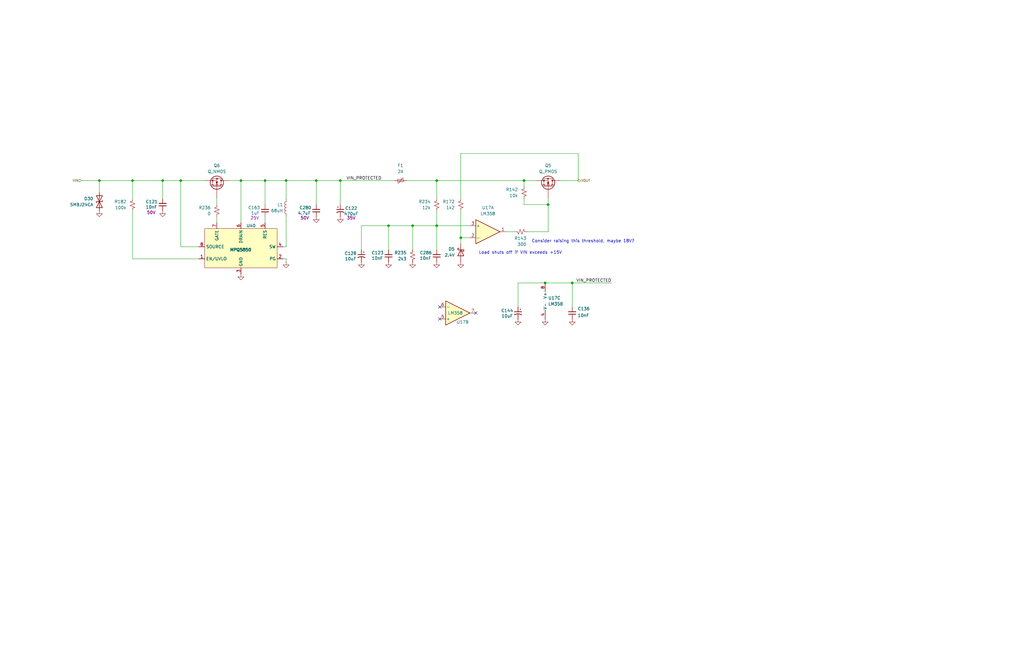
<source format=kicad_sch>
(kicad_sch (version 20250114) (generator "eeschema") (generator_version "9.0")
  (paper "B")
  (lib_symbols
    (symbol "Amplifier_Operational:LM358" (pin_names (offset 0.127))
      (property "Reference" "U" (at 0 5.08 0))
      (property "Value" "LM358" (at 0 -5.08 0))
      (symbol "LM358_1_1"
        (polyline (pts (xy -5.08 5.08) (xy 5.08 0) (xy -5.08 -5.08) (xy -5.08 5.08)) (stroke (width 0.254)) (fill (type background)))
        (pin input line (at -7.62 2.54 0) (length 2.54) (name "+") (number "3"))
        (pin input line (at -7.62 -2.54 0) (length 2.54) (name "-") (number "2"))
        (pin output line (at 7.62 0 180) (length 2.54) (name "~") (number "1"))
      )
      (symbol "LM358_2_1"
        (polyline (pts (xy -5.08 5.08) (xy 5.08 0) (xy -5.08 -5.08) (xy -5.08 5.08)) (stroke (width 0.254)) (fill (type background)))
        (pin input line (at -7.62 2.54 0) (length 2.54) (name "+") (number "5"))
        (pin input line (at -7.62 -2.54 0) (length 2.54) (name "-") (number "6"))
        (pin output line (at 7.62 0 180) (length 2.54) (name "~") (number "7"))
      )
      (symbol "LM358_3_1"
        (pin power_in line (at -2.54 7.62 270) (length 3.81) (name "V+") (number "8"))
        (pin power_in line (at -2.54 -7.62 90) (length 3.81) (name "V-") (number "4"))
      )
    )
    (symbol "AudioPanelLibrary:MPQ5850"
      (property "Reference" "U" (at 4.318 25.146 0))
      (property "Value" "MPQ5850" (at 0 15.494 0))
      (symbol "MPQ5850_0_0"
        (pin input line (at -17.78 16.51 0) (length 2.54) (name "SOURCE") (number "8"))
        (pin input line (at -17.78 11.43 0) (length 2.54) (name "EN/UVLO") (number "1"))
        (pin output line (at -10.16 26.67 270) (length 2.54) (name "GATE") (number "7"))
        (pin power_out line (at 0 26.67 270) (length 2.54) (name "DRAIN") (number "6"))
        (pin power_out line (at 0 5.08 90) (length 2.54) (name "GND") (number "3"))
        (pin input line (at 10.16 26.67 270) (length 2.54) (name "RES") (number "5"))
        (pin input line (at 17.78 16.51 180) (length 2.54) (name "SW") (number "4"))
        (pin output line (at 17.78 11.43 180) (length 2.54) (name "PG") (number "2"))
      )
      (symbol "MPQ5850_1_1"
        (rectangle (start -15.24 24.13) (end 15.24 7.62) (fill (type color) (color 255 255 194 1)))
      )
    )
    (symbol "Device:C_Polarized_Small_US" (pin_numbers (hide yes)) (pin_names (offset 0.254) (hide yes))
      (property "Reference" "C" (at 0.254 1.778 0))
      (property "Value" "C_Polarized_Small_US" (at 0.254 -2.032 0))
      (symbol "C_Polarized_Small_US_0_1"
        (polyline (pts (xy -1.524 0.508) (xy 1.524 0.508)) (stroke (width 0.3048)))
        (polyline (pts (xy -1.27 1.524) (xy -0.762 1.524)))
        (polyline (pts (xy -1.016 1.27) (xy -1.016 1.778)))
        (arc (start -1.524 -0.762) (mid 0 -0.3734) (end 1.524 -0.762) (stroke (width 0.3048)))
      )
      (symbol "C_Polarized_Small_US_1_1"
        (pin passive line (at 0 2.54 270) (length 2.032) (name "~") (number "1"))
        (pin passive line (at 0 -2.54 90) (length 2.032) (name "~") (number "2"))
      )
    )
    (symbol "Device:C_Small" (pin_numbers (hide yes)) (pin_names (offset 0.254) (hide yes))
      (property "Reference" "C" (at 0.254 1.778 0))
      (property "Value" "C_Small" (at 0.254 -2.032 0))
      (symbol "C_Small_0_1"
        (polyline (pts (xy -1.524 0.508) (xy 1.524 0.508)) (stroke (width 0.3048)))
        (polyline (pts (xy -1.524 -0.508) (xy 1.524 -0.508)) (stroke (width 0.3302)))
      )
      (symbol "C_Small_1_1"
        (pin passive line (at 0 2.54 270) (length 2.032) (name "~") (number "1"))
        (pin passive line (at 0 -2.54 90) (length 2.032) (name "~") (number "2"))
      )
    )
    (symbol "Device:D_Schottky" (pin_numbers (hide yes)) (pin_names (offset 1.016) (hide yes))
      (property "Reference" "D" (at 0 2.54 0))
      (property "Value" "D_Schottky" (at 0 -2.54 0))
      (symbol "D_Schottky_0_1"
        (polyline (pts (xy -1.905 0.635) (xy -1.905 1.27) (xy -1.27 1.27) (xy -1.27 -1.27) (xy -0.635 -1.27) (xy -0.635 -0.635)) (stroke (width 0.254)))
        (polyline (pts (xy 1.27 1.27) (xy 1.27 -1.27) (xy -1.27 0) (xy 1.27 1.27)) (stroke (width 0.254)))
        (polyline (pts (xy 1.27 0) (xy -1.27 0)))
      )
      (symbol "D_Schottky_1_1"
        (pin passive line (at -3.81 0 0) (length 2.54) (name "K") (number "1"))
        (pin passive line (at 3.81 0 180) (length 2.54) (name "A") (number "2"))
      )
    )
    (symbol "Device:D_TVS" (pin_numbers (hide yes)) (pin_names (offset 1.016) (hide yes))
      (property "Reference" "D" (at 0 2.54 0))
      (property "Value" "D_TVS" (at 0 -2.54 0))
      (symbol "D_TVS_0_1"
        (polyline (pts (xy -2.54 1.27) (xy -2.54 -1.27) (xy 2.54 1.27) (xy 2.54 -1.27) (xy -2.54 1.27)) (stroke (width 0.254)))
        (polyline (pts (xy 0.508 1.27) (xy 0 1.27) (xy 0 -1.27) (xy -0.508 -1.27)) (stroke (width 0.254)))
        (polyline (pts (xy 1.27 0) (xy -1.27 0)))
      )
      (symbol "D_TVS_1_1"
        (pin passive line (at -3.81 0 0) (length 2.54) (name "A1") (number "1"))
        (pin passive line (at 3.81 0 180) (length 2.54) (name "A2") (number "2"))
      )
    )
    (symbol "Device:L" (pin_numbers (hide yes)) (pin_names (offset 1.016) (hide yes))
      (property "Reference" "L" (at -1.27 0 90))
      (property "Value" "L" (at 1.905 0 90))
      (symbol "L_0_1"
        (arc (start 0 2.54) (mid 0.6323 1.905) (end 0 1.27))
        (arc (start 0 1.27) (mid 0.6323 0.635) (end 0 0))
        (arc (start 0 0) (mid 0.6323 -0.635) (end 0 -1.27))
        (arc (start 0 -1.27) (mid 0.6323 -1.905) (end 0 -2.54))
      )
      (symbol "L_1_1"
        (pin passive line (at 0 3.81 270) (length 1.27) (name "1") (number "1"))
        (pin passive line (at 0 -3.81 90) (length 1.27) (name "2") (number "2"))
      )
    )
    (symbol "Device:Polyfuse_Small" (pin_numbers (hide yes)) (pin_names (offset 0))
      (property "Reference" "F" (at -1.905 0 90))
      (property "Value" "Polyfuse_Small" (at 1.905 0 90))
      (symbol "Polyfuse_Small_0_1"
        (polyline (pts (xy -1.016 1.27) (xy -1.016 0.762) (xy 1.016 -0.762) (xy 1.016 -1.27)))
        (rectangle (start -0.508 1.27) (end 0.508 -1.27))
        (polyline (pts (xy 0 2.54) (xy 0 -2.54)))
      )
      (symbol "Polyfuse_Small_1_1"
        (pin passive line (at 0 2.54 270) (length 0.635) (name "~") (number "1"))
        (pin passive line (at 0 -2.54 90) (length 0.635) (name "~") (number "2"))
      )
    )
    (symbol "Device:Q_NMOS" (pin_numbers (hide yes)) (pin_names (offset 0) (hide yes))
      (property "Reference" "Q" (at 5.08 1.27 0))
      (property "Value" "Q_NMOS" (at 5.08 -1.27 0))
      (symbol "Q_NMOS_0_1"
        (polyline (pts (xy 0.254 1.905) (xy 0.254 -1.905)) (stroke (width 0.254)))
        (polyline (pts (xy 0.254 0) (xy -2.54 0)))
        (polyline (pts (xy 0.762 2.286) (xy 0.762 1.27)) (stroke (width 0.254)))
        (polyline (pts (xy 0.762 0.508) (xy 0.762 -0.508)) (stroke (width 0.254)))
        (polyline (pts (xy 0.762 -1.27) (xy 0.762 -2.286)) (stroke (width 0.254)))
        (polyline (pts (xy 0.762 -1.778) (xy 3.302 -1.778) (xy 3.302 1.778) (xy 0.762 1.778)))
        (polyline (pts (xy 1.016 0) (xy 2.032 0.381) (xy 2.032 -0.381) (xy 1.016 0)) (fill (type outline)))
        (circle (center 1.651 0) (radius 2.794) (stroke (width 0.254)))
        (polyline (pts (xy 2.54 2.54) (xy 2.54 1.778)))
        (circle (center 2.54 1.778) (radius 0.254) (fill (type outline)))
        (circle (center 2.54 -1.778) (radius 0.254) (fill (type outline)))
        (polyline (pts (xy 2.54 -2.54) (xy 2.54 0) (xy 0.762 0)))
        (polyline (pts (xy 2.921 0.381) (xy 3.683 0.381)))
        (polyline (pts (xy 3.302 0.381) (xy 2.921 -0.254) (xy 3.683 -0.254) (xy 3.302 0.381)))
      )
      (symbol "Q_NMOS_1_1"
        (pin input line (at -5.08 0 0) (length 2.54) (name "G") (number "G"))
        (pin passive line (at 2.54 5.08 270) (length 2.54) (name "D") (number "D"))
        (pin passive line (at 2.54 -5.08 90) (length 2.54) (name "S") (number "S"))
      )
    )
    (symbol "Device:Q_PMOS" (pin_numbers (hide yes)) (pin_names (offset 0) (hide yes))
      (property "Reference" "Q" (at 5.08 1.27 0))
      (property "Value" "Q_PMOS" (at 5.08 -1.27 0))
      (symbol "Q_PMOS_0_1"
        (polyline (pts (xy 0.254 1.905) (xy 0.254 -1.905)) (stroke (width 0.254)))
        (polyline (pts (xy 0.254 0) (xy -2.54 0)))
        (polyline (pts (xy 0.762 2.286) (xy 0.762 1.27)) (stroke (width 0.254)))
        (polyline (pts (xy 0.762 1.778) (xy 3.302 1.778) (xy 3.302 -1.778) (xy 0.762 -1.778)))
        (polyline (pts (xy 0.762 0.508) (xy 0.762 -0.508)) (stroke (width 0.254)))
        (polyline (pts (xy 0.762 -1.27) (xy 0.762 -2.286)) (stroke (width 0.254)))
        (circle (center 1.651 0) (radius 2.794) (stroke (width 0.254)))
        (polyline (pts (xy 2.286 0) (xy 1.27 0.381) (xy 1.27 -0.381) (xy 2.286 0)) (fill (type outline)))
        (polyline (pts (xy 2.54 2.54) (xy 2.54 1.778)))
        (circle (center 2.54 1.778) (radius 0.254) (fill (type outline)))
        (circle (center 2.54 -1.778) (radius 0.254) (fill (type outline)))
        (polyline (pts (xy 2.54 -2.54) (xy 2.54 0) (xy 0.762 0)))
        (polyline (pts (xy 2.921 -0.381) (xy 3.683 -0.381)))
        (polyline (pts (xy 3.302 -0.381) (xy 2.921 0.254) (xy 3.683 0.254) (xy 3.302 -0.381)))
      )
      (symbol "Q_PMOS_1_1"
        (pin input line (at -5.08 0 0) (length 2.54) (name "G") (number "G"))
        (pin passive line (at 2.54 5.08 270) (length 2.54) (name "D") (number "D"))
        (pin passive line (at 2.54 -5.08 90) (length 2.54) (name "S") (number "S"))
      )
    )
    (symbol "Device:R_Small_US" (pin_numbers (hide yes)) (pin_names (offset 0.254) (hide yes))
      (property "Reference" "R" (at 0.762 0.508 0))
      (property "Value" "R_Small_US" (at 0.762 -1.016 0))
      (symbol "R_Small_US_1_1"
        (polyline (pts (xy 0 1.524) (xy 1.016 1.143) (xy 0 0.762) (xy -1.016 0.381) (xy 0 0)))
        (polyline (pts (xy 0 0) (xy 1.016 -0.381) (xy 0 -0.762) (xy -1.016 -1.143) (xy 0 -1.524)))
        (pin passive line (at 0 2.54 270) (length 1.016) (name "~") (number "1"))
        (pin passive line (at 0 -2.54 90) (length 1.016) (name "~") (number "2"))
      )
    )
    (symbol "power:GND" (power) (pin_numbers (hide yes)) (pin_names (offset 0) (hide yes))
      (property "Value" "GND" (at 0 -3.81 0))
      (symbol "GND_0_1"
        (polyline (pts (xy 0 0) (xy 0 -1.27) (xy 1.27 -1.27) (xy 0 -2.54) (xy -1.27 -1.27) (xy 0 -1.27)))
      )
      (symbol "GND_1_1"
        (pin power_in line (at 0 0 270) (length 0) (name "~") (number "1"))
      )
    )
  )
  (text "Load shuts off if VIN exceeds +15V" (at 219.456 106.68 0) (effects (font (size 1.27 1.27))))
  (text "Consider raising this threshold, maybe 18V?" (at 245.872 101.854 0) (effects (font (size 1.27 1.27))))
  (junction (at 120.65 76.2))
  (junction (at 194.31 100.33))
  (junction (at 173.99 95.25))
  (junction (at 55.88 76.2))
  (junction (at 101.6 76.2))
  (junction (at 229.87 119.38))
  (junction (at 68.58 76.2))
  (junction (at 41.91 76.2))
  (junction (at 133.35 76.2))
  (junction (at 184.15 76.2))
  (junction (at 143.51 76.2))
  (junction (at 241.3 119.38))
  (junction (at 163.83 95.25))
  (junction (at 184.15 95.25))
  (junction (at 111.76 76.2))
  (junction (at 76.2 76.2))
  (junction (at 231.14 86.36))
  (junction (at 220.98 76.2))
  (no_connect (at 200.66 132.08))
  (no_connect (at 185.42 134.62))
  (no_connect (at 185.42 129.54))
  (wire (pts (xy 101.6 76.2) (xy 96.52 76.2)))
  (wire (pts (xy 143.51 76.2) (xy 143.51 86.36)))
  (wire (pts (xy 194.31 102.87) (xy 194.31 100.33)))
  (wire (pts (xy 194.31 64.77) (xy 194.31 83.82)))
  (wire (pts (xy 133.35 76.2) (xy 133.35 86.36)))
  (wire (pts (xy 55.88 76.2) (xy 68.58 76.2)))
  (wire (pts (xy 83.82 104.14) (xy 76.2 104.14)))
  (wire (pts (xy 91.44 83.82) (xy 91.44 86.36)))
  (wire (pts (xy 173.99 95.25) (xy 184.15 95.25)))
  (wire (pts (xy 163.83 95.25) (xy 173.99 95.25)))
  (wire (pts (xy 119.38 104.14) (xy 120.65 104.14)))
  (wire (pts (xy 184.15 95.25) (xy 198.12 95.25)))
  (wire (pts (xy 41.91 76.2) (xy 55.88 76.2)))
  (wire (pts (xy 68.58 76.2) (xy 68.58 83.82)))
  (wire (pts (xy 184.15 95.25) (xy 184.15 105.41)))
  (wire (pts (xy 68.58 76.2) (xy 76.2 76.2)))
  (wire (pts (xy 120.65 76.2) (xy 133.35 76.2)))
  (wire (pts (xy 217.17 97.79) (xy 213.36 97.79)))
  (wire (pts (xy 243.84 76.2) (xy 243.84 64.77)))
  (wire (pts (xy 76.2 76.2) (xy 76.2 104.14)))
  (wire (pts (xy 236.22 76.2) (xy 243.84 76.2)))
  (wire (pts (xy 218.44 119.38) (xy 229.87 119.38)))
  (wire (pts (xy 243.84 64.77) (xy 194.31 64.77)))
  (wire (pts (xy 220.98 76.2) (xy 220.98 78.74)))
  (wire (pts (xy 55.88 109.22) (xy 83.82 109.22)))
  (wire (pts (xy 257.81 119.38) (xy 241.3 119.38)))
  (wire (pts (xy 220.98 76.2) (xy 184.15 76.2)))
  (wire (pts (xy 222.25 97.79) (xy 231.14 97.79)))
  (wire (pts (xy 220.98 83.82) (xy 220.98 86.36)))
  (wire (pts (xy 120.65 83.82) (xy 120.65 76.2)))
  (wire (pts (xy 231.14 86.36) (xy 231.14 83.82)))
  (wire (pts (xy 55.88 88.9) (xy 55.88 109.22)))
  (wire (pts (xy 143.51 76.2) (xy 166.37 76.2)))
  (wire (pts (xy 229.87 119.38) (xy 241.3 119.38)))
  (wire (pts (xy 76.2 76.2) (xy 86.36 76.2)))
  (wire (pts (xy 120.65 104.14) (xy 120.65 91.44)))
  (wire (pts (xy 55.88 76.2) (xy 55.88 83.82)))
  (wire (pts (xy 218.44 129.54) (xy 218.44 119.38)))
  (wire (pts (xy 41.91 81.28) (xy 41.91 76.2)))
  (wire (pts (xy 184.15 88.9) (xy 184.15 95.25)))
  (wire (pts (xy 226.06 76.2) (xy 220.98 76.2)))
  (wire (pts (xy 184.15 76.2) (xy 184.15 83.82)))
  (wire (pts (xy 171.45 76.2) (xy 184.15 76.2)))
  (wire (pts (xy 111.76 76.2) (xy 120.65 76.2)))
  (wire (pts (xy 152.4 95.25) (xy 163.83 95.25)))
  (wire (pts (xy 231.14 86.36) (xy 231.14 97.79)))
  (wire (pts (xy 194.31 88.9) (xy 194.31 100.33)))
  (wire (pts (xy 152.4 105.41) (xy 152.4 95.25)))
  (wire (pts (xy 120.65 110.49) (xy 120.65 109.22)))
  (wire (pts (xy 220.98 86.36) (xy 231.14 86.36)))
  (wire (pts (xy 194.31 100.33) (xy 198.12 100.33)))
  (wire (pts (xy 241.3 119.38) (xy 241.3 129.54)))
  (wire (pts (xy 133.35 76.2) (xy 143.51 76.2)))
  (wire (pts (xy 91.44 91.44) (xy 91.44 93.98)))
  (wire (pts (xy 101.6 93.98) (xy 101.6 76.2)))
  (wire (pts (xy 111.76 76.2) (xy 111.76 86.36)))
  (wire (pts (xy 41.91 76.2) (xy 34.29 76.2)))
  (wire (pts (xy 101.6 76.2) (xy 111.76 76.2)))
  (wire (pts (xy 163.83 95.25) (xy 163.83 105.41)))
  (wire (pts (xy 111.76 91.44) (xy 111.76 93.98)))
  (wire (pts (xy 173.99 105.41) (xy 173.99 95.25)))
  (wire (pts (xy 120.65 109.22) (xy 119.38 109.22)))
  (label "VIN_PROTECTED" (at 146.05 76.2 0))
  (label "VIN_PROTECTED" (at 257.81 119.38 180))
  (hierarchical_label "VOUT" (shape output) (at 243.84 76.2 0) (effects (font (size 1 1))))
  (hierarchical_label "VIN" (shape input) (at 34.29 76.2 180) (effects (font (size 1 1))))
  (symbol (lib_id "Device:C_Small") (at 241.3 132.08 0) (mirror x) (unit 1)
    (property "Reference" "C136" (at 243.586 130.302 0) (effects (justify left)))
    (property "Value" "10nF" (at 243.586 133.096 0) (effects (justify left)))
    (property "Description" "Unpolarized capacitor, small symbol" (effects (hide yes)))
  )
  (symbol (lib_id "Device:R_Small_US") (at 91.44 88.9 0) (mirror x) (unit 1)
    (property "Reference" "R236" (at 88.9 87.6299 0) (effects (justify right)))
    (property "Value" "0" (at 88.9 90.1699 0) (effects (justify right)))
    (property "Footprint" "Resistor_SMD:R_0603_1608Metric_Pad0.98x0.95mm_HandSolder" (effects (hide yes)))
    (property "Description" "Resistor, small US symbol" (effects (hide yes)))
    (property "DigiKey Part Number" "311-510HRCT-ND" (effects (hide yes)))
  )
  (symbol (lib_id "power:GND") (at 68.58 88.9 0) (unit 1)
    (property "Reference" "#PWR0273" (effects (hide yes)))
    (property "Value" "GND" (effects (hide yes)))
    (property "Description" "Power symbol creates a global label with name \"GND\" , ground" (effects (hide yes)))
  )
  (symbol (lib_id "Device:D_Schottky") (at 194.31 106.68 90) (mirror x) (unit 1)
    (property "Reference" "D5" (at 191.77 105.0924 90) (effects (justify left)))
    (property "Value" "2.4V" (at 191.77 107.6324 90) (effects (justify left)))
    (property "Description" "Schottky diode" (effects (hide yes)))
  )
  (symbol (lib_id "Device:R_Small_US") (at 220.98 81.28 0) (mirror x) (unit 1)
    (property "Reference" "R142" (at 218.44 80.0099 0) (effects (justify right)))
    (property "Value" "10k" (at 218.44 82.5499 0) (effects (justify right)))
    (property "Footprint" "Resistor_SMD:R_0603_1608Metric_Pad0.98x0.95mm_HandSolder" (effects (hide yes)))
    (property "Description" "Resistor, small US symbol" (effects (hide yes)))
    (property "DigiKey Part Number" "311-510HRCT-ND" (effects (hide yes)))
  )
  (symbol (lib_id "power:GND") (at 194.31 110.49 0) (mirror y) (unit 1)
    (property "Reference" "#PWR0268" (effects (hide yes)))
    (property "Value" "GND" (effects (hide yes)))
    (property "Description" "Power symbol creates a global label with name \"GND\" , ground" (effects (hide yes)))
  )
  (symbol (lib_id "power:GND") (at 41.91 88.9 0) (unit 1)
    (property "Reference" "#PWR0271" (effects (hide yes)))
    (property "Value" "GND" (effects (hide yes)))
    (property "Description" "Power symbol creates a global label with name \"GND\" , ground" (effects (hide yes)))
  )
  (symbol (lib_id "Device:C_Small") (at 111.76 88.9 180) (unit 1)
    (property "Reference" "C163" (at 109.728 87.63 0) (effects (justify left)))
    (property "Value" "1uF" (at 109.474 89.916 0) (effects (justify left)))
    (property "Footprint" "Capacitor_SMD:C_0805_2012Metric" (effects (hide yes)))
    (property "Description" "Unpolarized capacitor, small symbol" (effects (hide yes)))
    (property "Voltage" "25V" (at 107.442 91.948 0))
  )
  (symbol (lib_id "Device:C_Small") (at 68.58 86.36 180) (unit 1)
    (property "Reference" "C121" (at 66.548 85.09 0) (effects (justify left)))
    (property "Value" "10nF" (at 66.294 87.376 0) (effects (justify left)))
    (property "Footprint" "Capacitor_SMD:C_0603_1608Metric" (effects (hide yes)))
    (property "Description" "Unpolarized capacitor, small symbol" (effects (hide yes)))
    (property "Voltage" "50V" (at 63.754 89.662 0))
  )
  (symbol (lib_id "Device:R_Small_US") (at 219.71 97.79 270) (mirror x) (unit 1)
    (property "Reference" "R143" (at 221.996 100.584 90) (effects (justify right)))
    (property "Value" "300" (at 221.996 103.124 90) (effects (justify right)))
    (property "Footprint" "Resistor_SMD:R_0603_1608Metric_Pad0.98x0.95mm_HandSolder" (effects (hide yes)))
    (property "Description" "Resistor, small US symbol" (effects (hide yes)))
    (property "DigiKey Part Number" "311-510HRCT-ND" (effects (hide yes)))
  )
  (symbol (lib_id "Device:D_TVS") (at 41.91 85.09 270) (mirror x) (unit 1)
    (property "Reference" "D30" (at 39.37 83.8199 90) (effects (justify right)))
    (property "Value" "SMBJ24CA" (at 39.37 86.3599 90) (effects (justify right)))
    (property "Description" "Bidirectional transient-voltage-suppression diode" (effects (hide yes)))
    (property "DigiKey" "https://www.digikey.com/en/products/detail/littelfuse-inc/SMBJ24CA/285996" (effects (hide yes)))
  )
  (symbol (lib_id "Amplifier_Operational:LM358") (at 205.74 97.79 0) (unit 1)
    (property "Reference" "U17" (at 205.74 87.63 0))
    (property "Value" "LM358" (at 205.74 90.17 0))
    (property "Datasheet" "https://www.ti.com/lit/ds/symlink/lm358.pdf" (effects (hide yes)))
    (property "Description" "Low-Power, Dual Operational Amplifiers, DIP-8/SOIC-8/TO-99-8" (effects (hide yes)))
  )
  (symbol (lib_id "power:GND") (at 133.35 91.44 0) (unit 1)
    (property "Reference" "#PWR0328" (effects (hide yes)))
    (property "Value" "GND" (effects (hide yes)))
    (property "Description" "Power symbol creates a global label with name \"GND\" , ground" (effects (hide yes)))
  )
  (symbol (lib_id "Device:C_Small") (at 163.83 107.95 180) (unit 1)
    (property "Reference" "C123" (at 161.798 106.68 0) (effects (justify left)))
    (property "Value" "10nF" (at 161.544 108.966 0) (effects (justify left)))
    (property "Description" "Unpolarized capacitor, small symbol" (effects (hide yes)))
  )
  (symbol (lib_id "Device:R_Small_US") (at 173.99 107.95 0) (mirror x) (unit 1)
    (property "Reference" "R235" (at 171.45 106.6799 0) (effects (justify right)))
    (property "Value" "2k3" (at 171.45 109.2199 0) (effects (justify right)))
    (property "Footprint" "Resistor_SMD:R_0603_1608Metric_Pad0.98x0.95mm_HandSolder" (effects (hide yes)))
    (property "Description" "Resistor, small US symbol" (effects (hide yes)))
    (property "DigiKey Part Number" "311-510HRCT-ND" (effects (hide yes)))
  )
  (symbol (lib_id "Device:L") (at 120.65 87.63 0) (mirror y) (unit 1)
    (property "Reference" "L1" (at 119.38 86.3599 0) (effects (justify left)))
    (property "Value" "68uH" (at 119.38 88.8999 0) (effects (justify left)))
    (property "Description" "Inductor" (effects (hide yes)))
  )
  (symbol (lib_id "Device:Polyfuse_Small") (at 168.91 76.2 90) (unit 1)
    (property "Reference" "F1" (at 168.91 69.85 90))
    (property "Value" "2A" (at 168.91 72.39 90))
    (property "Description" "Resettable fuse, polymeric positive temperature coefficient, small symbol" (effects (hide yes)))
  )
  (symbol (lib_id "power:GND") (at 184.15 110.49 0) (unit 1)
    (property "Reference" "#PWR0825" (effects (hide yes)))
    (property "Value" "GND" (effects (hide yes)))
    (property "Description" "Power symbol creates a global label with name \"GND\" , ground" (effects (hide yes)))
  )
  (symbol (lib_id "Device:Q_NMOS") (at 91.44 78.74 270) (mirror x) (unit 1)
    (property "Reference" "Q6" (at 91.44 69.85 90))
    (property "Value" "Q_NMOS" (at 91.44 72.39 90))
    (property "Description" "N-MOSFET transistor" (effects (hide yes)))
  )
  (symbol (lib_id "power:GND") (at 163.83 110.49 0) (unit 1)
    (property "Reference" "#PWR0295" (effects (hide yes)))
    (property "Value" "GND" (effects (hide yes)))
    (property "Description" "Power symbol creates a global label with name \"GND\" , ground" (effects (hide yes)))
  )
  (symbol (lib_id "Amplifier_Operational:LM358") (at 232.41 127 0) (unit 3)
    (property "Reference" "U17" (at 231.14 125.7299 0) (effects (justify left)))
    (property "Value" "LM358" (at 231.14 128.2699 0) (effects (justify left)))
    (property "Datasheet" "https://www.ti.com/lit/ds/symlink/lm358.pdf" (effects (hide yes)))
    (property "Description" "Low-Power, Dual Operational Amplifiers, DIP-8/SOIC-8/TO-99-8" (effects (hide yes)))
  )
  (symbol (lib_id "AudioPanelLibrary:MPQ5850") (at 101.6 120.65 0) (unit 1)
    (property "Reference" "U40" (at 103.886 95.25 0) (effects (justify left)))
    (property "Value" "MPQ5850" (at 96.774 105.41 0) (effects (font (thickness 0.254) (bold yes)) (justify left)))
    (property "Footprint" "Package_TO_SOT_SMD:TSOT-23-8" (effects (hide yes)))
    (property "Datasheet" "https://www.monolithicpower.com/en/documentview/productdocument/index/version/2/document_type/Datasheet/lang/en/sku/MPQ5850GJ-AEC1/document_id/10288/" (effects (hide yes)))
    (property "Description" "36V, SMART DIODE CONTROLLER W/ REVERSE PROTECTION, AEC-Q100" (effects (hide yes)))
  )
  (symbol (lib_id "Device:C_Polarized_Small_US") (at 152.4 107.95 0) (mirror y) (unit 1)
    (property "Reference" "C128" (at 147.828 106.934 0))
    (property "Value" "10uF" (at 147.828 109.22 0))
    (property "Description" "Polarized capacitor, small US symbol" (effects (hide yes)))
  )
  (symbol (lib_id "Device:C_Polarized_Small_US") (at 218.44 132.08 0) (mirror y) (unit 1)
    (property "Reference" "C144" (at 213.868 131.064 0))
    (property "Value" "10uF" (at 213.868 133.35 0))
    (property "Description" "Polarized capacitor, small US symbol" (effects (hide yes)))
  )
  (symbol (lib_id "power:GND") (at 152.4 110.49 0) (unit 1)
    (property "Reference" "#PWR0296" (effects (hide yes)))
    (property "Value" "GND" (effects (hide yes)))
    (property "Description" "Power symbol creates a global label with name \"GND\" , ground" (effects (hide yes)))
  )
  (symbol (lib_id "Amplifier_Operational:LM358") (at 193.04 132.08 0) (mirror x) (unit 2)
    (property "Reference" "U17" (at 195.072 135.89 0))
    (property "Value" "LM358" (at 192.024 132.08 0))
    (property "Datasheet" "https://www.ti.com/lit/ds/symlink/lm358.pdf" (effects (hide yes)))
    (property "Description" "Low-Power, Dual Operational Amplifiers, DIP-8/SOIC-8/TO-99-8" (effects (hide yes)))
  )
  (symbol (lib_id "power:GND") (at 241.3 134.62 0) (mirror y) (unit 1)
    (property "Reference" "#PWR0297" (effects (hide yes)))
    (property "Value" "GND" (effects (hide yes)))
    (property "Description" "Power symbol creates a global label with name \"GND\" , ground" (effects (hide yes)))
  )
  (symbol (lib_id "Device:Q_PMOS") (at 231.14 78.74 270) (mirror x) (unit 1)
    (property "Reference" "Q5" (at 231.14 69.85 90))
    (property "Value" "Q_PMOS" (at 231.14 72.39 90))
    (property "Description" "P-MOSFET transistor" (effects (hide yes)))
  )
  (symbol (lib_id "power:GND") (at 218.44 134.62 0) (unit 1)
    (property "Reference" "#PWR0299" (effects (hide yes)))
    (property "Value" "GND" (effects (hide yes)))
    (property "Description" "Power symbol creates a global label with name \"GND\" , ground" (effects (hide yes)))
  )
  (symbol (lib_id "power:GND") (at 173.99 110.49 0) (mirror y) (unit 1)
    (property "Reference" "#PWR0269" (effects (hide yes)))
    (property "Value" "GND" (effects (hide yes)))
    (property "Description" "Power symbol creates a global label with name \"GND\" , ground" (effects (hide yes)))
  )
  (symbol (lib_id "power:GND") (at 229.87 134.62 0) (mirror y) (unit 1)
    (property "Reference" "#PWR0270" (effects (hide yes)))
    (property "Value" "GND" (effects (hide yes)))
    (property "Description" "Power symbol creates a global label with name \"GND\" , ground" (effects (hide yes)))
  )
  (symbol (lib_id "Device:R_Small_US") (at 55.88 86.36 0) (mirror x) (unit 1)
    (property "Reference" "R182" (at 53.34 85.0899 0) (effects (justify right)))
    (property "Value" "100k" (at 53.34 87.6299 0) (effects (justify right)))
    (property "Footprint" "Resistor_SMD:R_0603_1608Metric_Pad0.98x0.95mm_HandSolder" (effects (hide yes)))
    (property "Description" "Resistor, small US symbol" (effects (hide yes)))
    (property "DigiKey Part Number" "311-510HRCT-ND" (effects (hide yes)))
  )
  (symbol (lib_id "Device:C_Polarized_Small_US") (at 143.51 88.9 0) (unit 1)
    (property "Reference" "C122" (at 148.082 87.884 0))
    (property "Value" "470uF" (at 148.082 90.17 0))
    (property "Description" "Polarized capacitor, small US symbol" (effects (hide yes)))
    (property "Voltage" "35V" (at 148.082 91.948 0))
  )
  (symbol (lib_id "power:GND") (at 120.65 110.49 0) (unit 1)
    (property "Reference" "#PWR0325" (effects (hide yes)))
    (property "Value" "GND" (effects (hide yes)))
    (property "Description" "Power symbol creates a global label with name \"GND\" , ground" (effects (hide yes)))
  )
  (symbol (lib_id "Device:R_Small_US") (at 184.15 86.36 0) (mirror x) (unit 1)
    (property "Reference" "R234" (at 181.61 85.0899 0) (effects (justify right)))
    (property "Value" "12k" (at 181.61 87.6299 0) (effects (justify right)))
    (property "Footprint" "Resistor_SMD:R_0603_1608Metric_Pad0.98x0.95mm_HandSolder" (effects (hide yes)))
    (property "Description" "Resistor, small US symbol" (effects (hide yes)))
    (property "DigiKey Part Number" "311-510HRCT-ND" (effects (hide yes)))
  )
  (symbol (lib_id "power:GND") (at 101.6 115.57 0) (unit 1)
    (property "Reference" "#PWR0323" (effects (hide yes)))
    (property "Value" "GND" (effects (hide yes)))
    (property "Description" "Power symbol creates a global label with name \"GND\" , ground" (effects (hide yes)))
  )
  (symbol (lib_id "power:GND") (at 143.51 91.44 0) (mirror y) (unit 1)
    (property "Reference" "#PWR0321" (effects (hide yes)))
    (property "Value" "GND" (effects (hide yes)))
    (property "Description" "Power symbol creates a global label with name \"GND\" , ground" (effects (hide yes)))
  )
  (symbol (lib_id "Device:R_Small_US") (at 194.31 86.36 0) (mirror x) (unit 1)
    (property "Reference" "R172" (at 191.77 85.0899 0) (effects (justify right)))
    (property "Value" "1k2" (at 191.77 87.6299 0) (effects (justify right)))
    (property "Footprint" "Resistor_SMD:R_0603_1608Metric_Pad0.98x0.95mm_HandSolder" (effects (hide yes)))
    (property "Description" "Resistor, small US symbol" (effects (hide yes)))
    (property "DigiKey Part Number" "311-510HRCT-ND" (effects (hide yes)))
  )
  (symbol (lib_id "Device:C_Small") (at 133.35 88.9 180) (unit 1)
    (property "Reference" "C280" (at 131.318 87.63 0) (effects (justify left)))
    (property "Value" "4.7uF" (at 131.064 89.916 0) (effects (justify left)))
    (property "Description" "Unpolarized capacitor, small symbol" (effects (hide yes)))
    (property "Voltage" "50V" (at 128.524 91.948 0))
  )
  (symbol (lib_id "Device:C_Small") (at 184.15 107.95 180) (unit 1)
    (property "Reference" "C286" (at 182.118 106.68 0) (effects (justify left)))
    (property "Value" "10nF" (at 181.864 108.966 0) (effects (justify left)))
    (property "Description" "Unpolarized capacitor, small symbol" (effects (hide yes)))
  )
)
</source>
